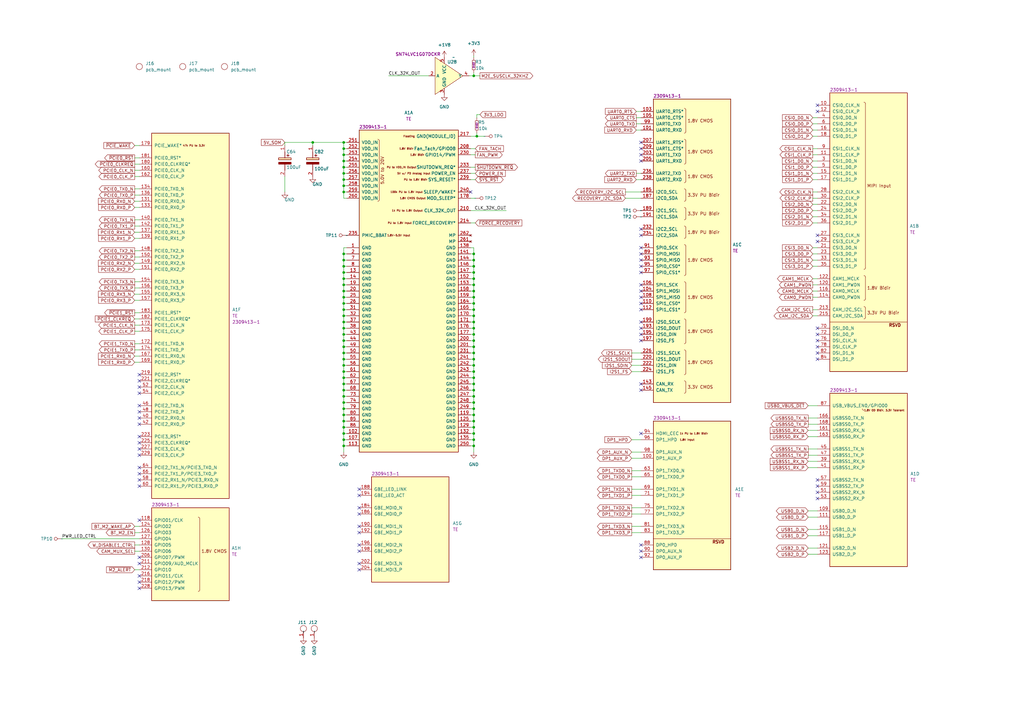
<source format=kicad_sch>
(kicad_sch (version 20230121) (generator eeschema)
  (paper "A3")
  (junction (at 128.27 58.42))
  (junction (at 194.31 109.22))
  (junction (at 140.97 63.5))
  (junction (at 194.31 147.32))
  (junction (at 194.31 170.18))
  (junction (at 140.97 109.22))
  (junction (at 140.97 154.94))
  (junction (at 140.97 152.4))
  (junction (at 194.31 132.08))
  (junction (at 140.97 68.58))
  (junction (at 140.97 177.8))
  (junction (at 140.97 172.72))
  (junction (at 194.31 127))
  (junction (at 140.97 104.14))
  (junction (at 140.97 182.88))
  (junction (at 194.31 149.86))
  (junction (at 140.97 149.86))
  (junction (at 140.97 121.92))
  (junction (at 195.58 55.88))
  (junction (at 140.97 170.18))
  (junction (at 140.97 78.74))
  (junction (at 194.31 165.1))
  (junction (at 140.97 160.02))
  (junction (at 194.31 142.24))
  (junction (at 140.97 165.1))
  (junction (at 140.97 147.32))
  (junction (at 140.97 124.46))
  (junction (at 194.31 104.14))
  (junction (at 140.97 157.48))
  (junction (at 194.31 139.7))
  (junction (at 140.97 162.56))
  (junction (at 140.97 114.3))
  (junction (at 194.31 152.4))
  (junction (at 194.31 157.48))
  (junction (at 194.31 160.02))
  (junction (at 140.97 106.68))
  (junction (at 140.97 139.7))
  (junction (at 140.97 60.96))
  (junction (at 194.31 106.68))
  (junction (at 140.97 127))
  (junction (at 194.31 137.16))
  (junction (at 194.31 114.3))
  (junction (at 194.31 182.88))
  (junction (at 194.31 124.46))
  (junction (at 194.31 119.38))
  (junction (at 140.97 76.2))
  (junction (at 140.97 111.76))
  (junction (at 194.31 154.94))
  (junction (at 194.31 31.115))
  (junction (at 140.97 142.24))
  (junction (at 140.97 66.04))
  (junction (at 194.31 144.78))
  (junction (at 194.31 134.62))
  (junction (at 140.97 58.42))
  (junction (at 140.97 132.08))
  (junction (at 140.97 144.78))
  (junction (at 140.97 119.38))
  (junction (at 140.97 137.16))
  (junction (at 194.31 167.64))
  (junction (at 194.31 177.8))
  (junction (at 140.97 116.84))
  (junction (at 140.97 167.64))
  (junction (at 140.97 73.66))
  (junction (at 140.97 134.62))
  (junction (at 140.97 129.54))
  (junction (at 194.31 111.76))
  (junction (at 140.97 180.34))
  (junction (at 194.31 180.34))
  (junction (at 194.31 116.84))
  (junction (at 194.31 121.92))
  (junction (at 194.31 175.26))
  (junction (at 140.97 71.12))
  (junction (at 194.31 172.72))
  (junction (at 194.31 162.56))
  (junction (at 194.31 129.54))
  (junction (at 140.97 175.26))
  (no_connect (at 57.15 194.31))
  (no_connect (at 262.89 60.96))
  (no_connect (at 57.15 228.6))
  (no_connect (at 57.15 153.67))
  (no_connect (at 335.28 147.32))
  (no_connect (at 57.15 156.21))
  (no_connect (at 262.89 109.22))
  (no_connect (at 57.15 166.37))
  (no_connect (at 262.89 134.62))
  (no_connect (at 57.15 186.69))
  (no_connect (at 57.15 171.45))
  (no_connect (at 57.15 161.29))
  (no_connect (at 335.28 142.24))
  (no_connect (at 147.32 218.44))
  (no_connect (at 262.89 93.98))
  (no_connect (at 262.89 119.38))
  (no_connect (at 335.28 199.39))
  (no_connect (at 262.89 160.02))
  (no_connect (at 335.28 196.85))
  (no_connect (at 57.15 213.36))
  (no_connect (at 147.32 233.68))
  (no_connect (at 57.15 191.77))
  (no_connect (at 262.89 58.42))
  (no_connect (at 57.15 241.3))
  (no_connect (at 57.15 231.14))
  (no_connect (at 147.32 223.52))
  (no_connect (at 57.15 173.99))
  (no_connect (at 335.28 204.47))
  (no_connect (at 335.28 134.62))
  (no_connect (at 147.32 203.2))
  (no_connect (at 262.89 101.6))
  (no_connect (at 57.15 179.07))
  (no_connect (at 147.32 226.06))
  (no_connect (at 147.32 215.9))
  (no_connect (at 57.15 199.39))
  (no_connect (at 147.32 210.82))
  (no_connect (at 262.89 177.8))
  (no_connect (at 262.89 121.92))
  (no_connect (at 262.89 124.46))
  (no_connect (at 147.32 231.14))
  (no_connect (at 262.89 127))
  (no_connect (at 57.15 236.22))
  (no_connect (at 147.32 208.28))
  (no_connect (at 57.15 196.85))
  (no_connect (at 57.15 238.76))
  (no_connect (at 262.89 132.08))
  (no_connect (at 57.15 184.15))
  (no_connect (at 57.15 181.61))
  (no_connect (at 335.28 139.7))
  (no_connect (at 262.89 139.7))
  (no_connect (at 147.32 200.66))
  (no_connect (at 262.89 157.48))
  (no_connect (at 57.15 158.75))
  (no_connect (at 335.28 45.72))
  (no_connect (at 262.89 96.52))
  (no_connect (at 262.89 116.84))
  (no_connect (at 262.89 228.6))
  (no_connect (at 262.89 226.06))
  (no_connect (at 335.28 99.06))
  (no_connect (at 335.28 43.18))
  (no_connect (at 335.28 96.52))
  (no_connect (at 335.28 137.16))
  (no_connect (at 193.04 78.74))
  (no_connect (at 262.89 66.04))
  (no_connect (at 262.89 137.16))
  (no_connect (at 335.28 201.93))
  (no_connect (at 262.89 111.76))
  (no_connect (at 262.89 223.52))
  (no_connect (at 262.89 106.68))
  (no_connect (at 57.15 168.91))
  (no_connect (at 262.89 104.14))
  (no_connect (at 262.89 63.5))
  (no_connect (at 335.28 144.78))
  (wire (pts (xy 193.04 180.34) (xy 194.31 180.34)))
  (wire (pts (xy 140.97 71.12) (xy 142.24 71.12)))
  (wire (pts (xy 140.97 165.1) (xy 140.97 167.64)))
  (wire (pts (xy 331.47 189.23) (xy 335.28 189.23)))
  (wire (pts (xy 193.04 182.88) (xy 194.31 182.88)))
  (wire (pts (xy 260.985 71.12) (xy 262.89 71.12)))
  (wire (pts (xy 194.31 109.22) (xy 193.04 109.22)))
  (wire (pts (xy 142.24 139.7) (xy 140.97 139.7)))
  (wire (pts (xy 194.31 149.86) (xy 193.04 149.86)))
  (wire (pts (xy 55.245 146.05) (xy 57.15 146.05)))
  (wire (pts (xy 140.97 124.46) (xy 142.24 124.46)))
  (wire (pts (xy 194.31 177.8) (xy 194.31 175.26)))
  (wire (pts (xy 195.58 54.61) (xy 195.58 55.88)))
  (wire (pts (xy 128.27 58.42) (xy 128.27 59.69)))
  (wire (pts (xy 140.97 109.22) (xy 140.97 111.76)))
  (wire (pts (xy 194.31 170.18) (xy 194.31 172.72)))
  (wire (pts (xy 142.24 81.28) (xy 140.97 81.28)))
  (wire (pts (xy 55.245 123.19) (xy 57.15 123.19)))
  (wire (pts (xy 194.31 134.62) (xy 193.04 134.62)))
  (wire (pts (xy 333.375 121.92) (xy 335.28 121.92)))
  (wire (pts (xy 140.97 149.86) (xy 142.24 149.86)))
  (wire (pts (xy 142.24 147.32) (xy 140.97 147.32)))
  (wire (pts (xy 331.47 212.09) (xy 335.28 212.09)))
  (wire (pts (xy 55.245 92.71) (xy 57.15 92.71)))
  (wire (pts (xy 260.985 53.34) (xy 262.89 53.34)))
  (wire (pts (xy 140.97 139.7) (xy 140.97 142.24)))
  (wire (pts (xy 193.04 91.44) (xy 194.945 91.44)))
  (wire (pts (xy 194.31 182.88) (xy 194.31 180.34)))
  (wire (pts (xy 55.245 85.09) (xy 57.15 85.09)))
  (wire (pts (xy 140.97 124.46) (xy 140.97 127)))
  (wire (pts (xy 259.08 185.42) (xy 262.89 185.42)))
  (wire (pts (xy 194.31 119.38) (xy 194.31 121.92)))
  (wire (pts (xy 194.31 116.84) (xy 194.31 114.3)))
  (wire (pts (xy 142.24 76.2) (xy 140.97 76.2)))
  (wire (pts (xy 195.58 46.99) (xy 196.85 46.99)))
  (wire (pts (xy 259.08 215.9) (xy 262.89 215.9)))
  (wire (pts (xy 140.97 182.88) (xy 140.97 185.42)))
  (wire (pts (xy 193.04 142.24) (xy 194.31 142.24)))
  (wire (pts (xy 194.31 22.86) (xy 194.31 23.495)))
  (wire (pts (xy 142.24 157.48) (xy 140.97 157.48)))
  (wire (pts (xy 260.985 45.72) (xy 262.89 45.72)))
  (wire (pts (xy 142.24 172.72) (xy 140.97 172.72)))
  (wire (pts (xy 55.245 120.65) (xy 57.15 120.65)))
  (wire (pts (xy 194.31 165.1) (xy 194.31 167.64)))
  (wire (pts (xy 194.31 109.22) (xy 194.31 111.76)))
  (wire (pts (xy 194.31 101.6) (xy 194.31 104.14)))
  (wire (pts (xy 194.31 152.4) (xy 194.31 154.94)))
  (wire (pts (xy 140.97 101.6) (xy 140.97 104.14)))
  (wire (pts (xy 194.945 81.28) (xy 193.04 81.28)))
  (wire (pts (xy 142.24 73.66) (xy 140.97 73.66)))
  (wire (pts (xy 194.31 180.34) (xy 194.31 177.8)))
  (wire (pts (xy 193.04 73.66) (xy 194.945 73.66)))
  (wire (pts (xy 194.31 124.46) (xy 193.04 124.46)))
  (wire (pts (xy 55.245 233.68) (xy 57.15 233.68)))
  (wire (pts (xy 140.97 66.04) (xy 140.97 63.5)))
  (wire (pts (xy 140.97 73.66) (xy 140.97 76.2)))
  (wire (pts (xy 194.31 154.94) (xy 193.04 154.94)))
  (wire (pts (xy 194.31 182.88) (xy 194.31 185.42)))
  (wire (pts (xy 259.08 210.82) (xy 262.89 210.82)))
  (wire (pts (xy 140.97 111.76) (xy 140.97 114.3)))
  (wire (pts (xy 259.08 180.34) (xy 262.89 180.34)))
  (wire (pts (xy 140.97 63.5) (xy 142.24 63.5)))
  (wire (pts (xy 140.97 104.14) (xy 140.97 106.68)))
  (wire (pts (xy 333.375 73.66) (xy 335.28 73.66)))
  (wire (pts (xy 140.97 144.78) (xy 140.97 147.32)))
  (wire (pts (xy 333.375 71.12) (xy 335.28 71.12)))
  (wire (pts (xy 333.375 88.9) (xy 335.28 88.9)))
  (wire (pts (xy 194.31 29.845) (xy 194.31 31.115)))
  (wire (pts (xy 193.04 162.56) (xy 194.31 162.56)))
  (wire (pts (xy 140.97 157.48) (xy 140.97 154.94)))
  (wire (pts (xy 55.245 82.55) (xy 57.15 82.55)))
  (wire (pts (xy 140.97 132.08) (xy 140.97 134.62)))
  (wire (pts (xy 25.4 220.98) (xy 57.15 220.98)))
  (wire (pts (xy 193.04 160.02) (xy 194.31 160.02)))
  (wire (pts (xy 331.47 191.77) (xy 335.28 191.77)))
  (wire (pts (xy 140.97 109.22) (xy 142.24 109.22)))
  (wire (pts (xy 55.245 72.39) (xy 57.15 72.39)))
  (wire (pts (xy 259.08 152.4) (xy 262.89 152.4)))
  (wire (pts (xy 55.245 95.25) (xy 57.15 95.25)))
  (wire (pts (xy 55.245 215.9) (xy 57.15 215.9)))
  (wire (pts (xy 140.97 167.64) (xy 140.97 170.18)))
  (wire (pts (xy 140.97 68.58) (xy 140.97 71.12)))
  (wire (pts (xy 194.31 149.86) (xy 194.31 152.4)))
  (wire (pts (xy 193.04 139.7) (xy 194.31 139.7)))
  (wire (pts (xy 140.97 152.4) (xy 140.97 154.94)))
  (wire (pts (xy 140.97 121.92) (xy 140.97 124.46)))
  (wire (pts (xy 193.04 101.6) (xy 194.31 101.6)))
  (wire (pts (xy 193.04 152.4) (xy 194.31 152.4)))
  (wire (pts (xy 142.24 160.02) (xy 140.97 160.02)))
  (wire (pts (xy 194.31 147.32) (xy 194.31 149.86)))
  (wire (pts (xy 175.895 31.115) (xy 159.385 31.115)))
  (wire (pts (xy 55.245 140.97) (xy 57.15 140.97)))
  (wire (pts (xy 140.97 58.42) (xy 142.24 58.42)))
  (wire (pts (xy 140.97 73.66) (xy 140.97 71.12)))
  (wire (pts (xy 195.58 55.88) (xy 198.755 55.88)))
  (wire (pts (xy 55.245 223.52) (xy 57.15 223.52)))
  (wire (pts (xy 333.375 66.04) (xy 335.28 66.04)))
  (wire (pts (xy 194.31 119.38) (xy 194.31 116.84)))
  (wire (pts (xy 194.31 104.14) (xy 193.04 104.14)))
  (wire (pts (xy 333.375 53.34) (xy 335.28 53.34)))
  (wire (pts (xy 128.27 58.42) (xy 140.97 58.42)))
  (wire (pts (xy 140.97 127) (xy 140.97 129.54)))
  (wire (pts (xy 140.97 134.62) (xy 142.24 134.62)))
  (wire (pts (xy 331.47 171.45) (xy 335.28 171.45)))
  (wire (pts (xy 142.24 142.24) (xy 140.97 142.24)))
  (wire (pts (xy 333.375 119.38) (xy 335.28 119.38)))
  (wire (pts (xy 193.04 172.72) (xy 194.31 172.72)))
  (wire (pts (xy 193.04 111.76) (xy 194.31 111.76)))
  (wire (pts (xy 193.04 177.8) (xy 194.31 177.8)))
  (wire (pts (xy 55.245 69.85) (xy 57.15 69.85)))
  (wire (pts (xy 55.245 80.01) (xy 57.15 80.01)))
  (wire (pts (xy 142.24 111.76) (xy 140.97 111.76)))
  (wire (pts (xy 333.375 68.58) (xy 335.28 68.58)))
  (wire (pts (xy 55.245 118.11) (xy 57.15 118.11)))
  (wire (pts (xy 333.375 83.82) (xy 335.28 83.82)))
  (wire (pts (xy 333.375 86.36) (xy 335.28 86.36)))
  (wire (pts (xy 194.31 31.115) (xy 196.85 31.115)))
  (wire (pts (xy 331.47 224.79) (xy 335.28 224.79)))
  (wire (pts (xy 55.245 148.59) (xy 57.15 148.59)))
  (wire (pts (xy 142.24 180.34) (xy 140.97 180.34)))
  (wire (pts (xy 194.31 165.1) (xy 193.04 165.1)))
  (wire (pts (xy 140.97 160.02) (xy 140.97 162.56)))
  (wire (pts (xy 116.84 59.69) (xy 116.84 58.42)))
  (wire (pts (xy 55.245 130.81) (xy 57.15 130.81)))
  (wire (pts (xy 194.31 139.7) (xy 194.31 137.16)))
  (wire (pts (xy 140.97 137.16) (xy 140.97 134.62)))
  (wire (pts (xy 194.31 124.46) (xy 194.31 127)))
  (wire (pts (xy 194.31 144.78) (xy 193.04 144.78)))
  (wire (pts (xy 142.24 66.04) (xy 140.97 66.04)))
  (wire (pts (xy 331.47 179.07) (xy 335.28 179.07)))
  (wire (pts (xy 55.245 135.89) (xy 57.15 135.89)))
  (wire (pts (xy 142.24 167.64) (xy 140.97 167.64)))
  (wire (pts (xy 140.97 172.72) (xy 140.97 175.26)))
  (wire (pts (xy 260.985 48.26) (xy 262.89 48.26)))
  (wire (pts (xy 259.08 144.78) (xy 262.89 144.78)))
  (wire (pts (xy 193.04 71.12) (xy 194.945 71.12)))
  (wire (pts (xy 140.97 175.26) (xy 142.24 175.26)))
  (wire (pts (xy 333.375 91.44) (xy 335.28 91.44)))
  (wire (pts (xy 194.31 104.14) (xy 194.31 106.68)))
  (wire (pts (xy 194.31 106.68) (xy 194.31 109.22)))
  (wire (pts (xy 195.58 48.26) (xy 195.58 46.99)))
  (wire (pts (xy 140.97 129.54) (xy 140.97 132.08)))
  (wire (pts (xy 194.31 144.78) (xy 194.31 147.32)))
  (wire (pts (xy 142.24 137.16) (xy 140.97 137.16)))
  (wire (pts (xy 55.245 218.44) (xy 57.15 218.44)))
  (wire (pts (xy 259.08 200.66) (xy 262.89 200.66)))
  (wire (pts (xy 140.97 182.88) (xy 140.97 180.34)))
  (wire (pts (xy 333.375 48.26) (xy 335.28 48.26)))
  (wire (pts (xy 333.375 106.68) (xy 335.28 106.68)))
  (wire (pts (xy 55.245 128.27) (xy 57.15 128.27)))
  (wire (pts (xy 140.97 144.78) (xy 142.24 144.78)))
  (wire (pts (xy 193.04 137.16) (xy 194.31 137.16)))
  (wire (pts (xy 193.04 132.08) (xy 194.31 132.08)))
  (wire (pts (xy 140.97 104.14) (xy 142.24 104.14)))
  (wire (pts (xy 194.31 157.48) (xy 194.31 154.94)))
  (wire (pts (xy 333.375 55.88) (xy 335.28 55.88)))
  (wire (pts (xy 194.31 160.02) (xy 194.31 162.56)))
  (wire (pts (xy 193.04 116.84) (xy 194.31 116.84)))
  (wire (pts (xy 331.47 176.53) (xy 335.28 176.53)))
  (wire (pts (xy 140.97 180.34) (xy 140.97 177.8)))
  (wire (pts (xy 55.245 143.51) (xy 57.15 143.51)))
  (wire (pts (xy 55.245 115.57) (xy 57.15 115.57)))
  (wire (pts (xy 194.31 175.26) (xy 193.04 175.26)))
  (wire (pts (xy 333.375 116.84) (xy 335.28 116.84)))
  (wire (pts (xy 142.24 121.92) (xy 140.97 121.92)))
  (wire (pts (xy 55.245 64.77) (xy 57.15 64.77)))
  (wire (pts (xy 194.31 127) (xy 194.31 129.54)))
  (wire (pts (xy 333.375 114.3) (xy 335.28 114.3)))
  (wire (pts (xy 140.97 106.68) (xy 140.97 109.22)))
  (wire (pts (xy 55.245 226.06) (xy 57.15 226.06)))
  (wire (pts (xy 140.97 78.74) (xy 142.24 78.74)))
  (wire (pts (xy 140.97 81.28) (xy 140.97 78.74)))
  (wire (pts (xy 333.375 109.22) (xy 335.28 109.22)))
  (wire (pts (xy 194.31 172.72) (xy 194.31 175.26)))
  (wire (pts (xy 194.31 132.08) (xy 194.31 134.62)))
  (wire (pts (xy 140.97 147.32) (xy 140.97 149.86)))
  (wire (pts (xy 194.31 114.3) (xy 193.04 114.3)))
  (wire (pts (xy 140.97 129.54) (xy 142.24 129.54)))
  (wire (pts (xy 194.31 167.64) (xy 194.31 170.18)))
  (wire (pts (xy 193.04 55.88) (xy 195.58 55.88)))
  (wire (pts (xy 140.97 76.2) (xy 140.97 78.74)))
  (wire (pts (xy 140.97 60.96) (xy 140.97 63.5)))
  (wire (pts (xy 194.31 129.54) (xy 193.04 129.54)))
  (wire (pts (xy 55.245 90.17) (xy 57.15 90.17)))
  (wire (pts (xy 193.04 121.92) (xy 194.31 121.92)))
  (wire (pts (xy 194.31 137.16) (xy 194.31 134.62)))
  (wire (pts (xy 331.47 184.15) (xy 335.28 184.15)))
  (wire (pts (xy 194.31 170.18) (xy 193.04 170.18)))
  (wire (pts (xy 142.24 60.96) (xy 140.97 60.96)))
  (wire (pts (xy 140.97 119.38) (xy 140.97 121.92)))
  (wire (pts (xy 194.31 111.76) (xy 194.31 114.3)))
  (wire (pts (xy 260.985 73.66) (xy 262.89 73.66)))
  (wire (pts (xy 140.97 142.24) (xy 140.97 144.78)))
  (wire (pts (xy 193.04 147.32) (xy 194.31 147.32)))
  (wire (pts (xy 331.47 186.69) (xy 335.28 186.69)))
  (wire (pts (xy 116.84 58.42) (xy 128.27 58.42)))
  (wire (pts (xy 55.245 102.87) (xy 57.15 102.87)))
  (wire (pts (xy 260.985 50.8) (xy 262.89 50.8)))
  (wire (pts (xy 194.31 121.92) (xy 194.31 124.46)))
  (wire (pts (xy 55.245 77.47) (xy 57.15 77.47)))
  (wire (pts (xy 142.24 116.84) (xy 140.97 116.84)))
  (wire (pts (xy 142.24 119.38) (xy 140.97 119.38)))
  (wire (pts (xy 140.97 58.42) (xy 140.97 60.96)))
  (wire (pts (xy 140.97 165.1) (xy 142.24 165.1)))
  (wire (pts (xy 333.375 60.96) (xy 335.28 60.96)))
  (wire (pts (xy 256.54 81.28) (xy 262.89 81.28)))
  (wire (pts (xy 259.08 218.44) (xy 262.89 218.44)))
  (wire (pts (xy 259.08 195.58) (xy 262.89 195.58)))
  (wire (pts (xy 193.04 68.58) (xy 194.945 68.58)))
  (wire (pts (xy 193.04 119.38) (xy 194.31 119.38)))
  (wire (pts (xy 193.04 127) (xy 194.31 127)))
  (wire (pts (xy 140.97 170.18) (xy 142.24 170.18)))
  (wire (pts (xy 140.97 149.86) (xy 140.97 152.4)))
  (wire (pts (xy 333.375 101.6) (xy 335.28 101.6)))
  (wire (pts (xy 142.24 177.8) (xy 140.97 177.8)))
  (wire (pts (xy 140.97 177.8) (xy 140.97 175.26)))
  (wire (pts (xy 194.31 162.56) (xy 194.31 165.1)))
  (wire (pts (xy 55.245 97.79) (xy 57.15 97.79)))
  (wire (pts (xy 331.47 173.99) (xy 335.28 173.99)))
  (wire (pts (xy 142.24 101.6) (xy 140.97 101.6)))
  (wire (pts (xy 331.47 219.71) (xy 335.28 219.71)))
  (wire (pts (xy 142.24 162.56) (xy 140.97 162.56)))
  (wire (pts (xy 333.375 81.28) (xy 335.28 81.28)))
  (wire (pts (xy 55.245 107.95) (xy 57.15 107.95)))
  (wire (pts (xy 333.375 127) (xy 335.28 127)))
  (wire (pts (xy 116.84 72.39) (xy 116.84 78.74)))
  (wire (pts (xy 259.08 149.86) (xy 262.89 149.86)))
  (wire (pts (xy 193.04 167.64) (xy 194.31 167.64)))
  (wire (pts (xy 194.31 142.24) (xy 194.31 144.78)))
  (wire (pts (xy 333.375 50.8) (xy 335.28 50.8)))
  (wire (pts (xy 140.97 170.18) (xy 140.97 172.72)))
  (wire (pts (xy 140.97 114.3) (xy 142.24 114.3)))
  (wire (pts (xy 259.08 203.2) (xy 262.89 203.2)))
  (wire (pts (xy 55.245 59.69) (xy 57.15 59.69)))
  (wire (pts (xy 55.245 133.35) (xy 57.15 133.35)))
  (wire (pts (xy 55.245 105.41) (xy 57.15 105.41)))
  (wire (pts (xy 333.375 78.74) (xy 335.28 78.74)))
  (wire (pts (xy 142.24 182.88) (xy 140.97 182.88)))
  (wire (pts (xy 55.245 67.31) (xy 57.15 67.31)))
  (wire (pts (xy 193.04 60.96) (xy 194.945 60.96)))
  (wire (pts (xy 194.31 139.7) (xy 194.31 142.24)))
  (wire (pts (xy 256.54 78.74) (xy 262.89 78.74)))
  (wire (pts (xy 142.24 132.08) (xy 140.97 132.08)))
  (wire (pts (xy 193.04 86.36) (xy 207.645 86.36)))
  (wire (pts (xy 193.04 63.5) (xy 194.945 63.5)))
  (wire (pts (xy 140.97 119.38) (xy 140.97 116.84)))
  (wire (pts (xy 142.24 127) (xy 140.97 127)))
  (wire (pts (xy 331.47 217.17) (xy 335.28 217.17)))
  (wire (pts (xy 259.08 187.96) (xy 262.89 187.96)))
  (wire (pts (xy 142.24 106.68) (xy 140.97 106.68)))
  (wire (pts (xy 140.97 162.56) (xy 140.97 165.1)))
  (wire (pts (xy 259.08 193.04) (xy 262.89 193.04)))
  (wire (pts (xy 140.97 116.84) (xy 140.97 114.3)))
  (wire (pts (xy 142.24 68.58) (xy 140.97 68.58)))
  (wire (pts (xy 193.04 157.48) (xy 194.31 157.48)))
  (wire (pts (xy 259.08 147.32) (xy 262.89 147.32)))
  (wire (pts (xy 194.31 129.54) (xy 194.31 132.08)))
  (wire (pts (xy 140.97 66.04) (xy 140.97 68.58)))
  (wire (pts (xy 331.47 227.33) (xy 335.28 227.33)))
  (wire (pts (xy 331.47 209.55) (xy 335.28 209.55)))
  (wire (pts (xy 333.375 129.54) (xy 335.28 129.54)))
  (wire (pts (xy 193.04 106.68) (xy 194.31 106.68)))
  (wire (pts (xy 192.405 31.115) (xy 194.31 31.115)))
  (wire (pts (xy 194.31 160.02) (xy 194.31 157.48)))
  (wire (pts (xy 55.245 110.49) (xy 57.15 110.49)))
  (wire (pts (xy 140.97 139.7) (xy 140.97 137.16)))
  (wire (pts (xy 140.97 154.94) (xy 142.24 154.94)))
  (wire (pts (xy 140.97 160.02) (xy 140.97 157.48)))
  (wire (pts (xy 142.24 152.4) (xy 140.97 152.4)))
  (wire (pts (xy 259.08 208.28) (xy 262.89 208.28)))
  (wire (pts (xy 333.375 104.14) (xy 335.28 104.14)))
  (wire (pts (xy 333.375 63.5) (xy 335.28 63.5)))
  (wire (pts (xy 331.47 166.37) (xy 335.28 166.37)))
  (label "CLK_32K_OUT" (at 159.385 31.115 0))
  (label "PWR_LED_CTRL" (at 25.4 220.98 0))
  (label "CLK_32K_OUT" (at 207.645 86.36 180))
  (global_label "PCIE0_TX1_P" (shape output) (at 55.245 92.71 180) (property "Intersheetrefs" "${INTERSHEET_REFS}" (at 40.1647 92.71 0) (effects (justify right))))
  (global_label "CSI2_D1_N" (shape input) (at 333.375 88.9 180) (property "Intersheetrefs" "${INTERSHEET_REFS}" (at 320.3508 88.9 0) (effects (justify right))))
  (global_label "USB2_D_P" (shape bidirectional) (at 331.47 227.33 180) (property "Intersheetrefs" "${INTERSHEET_REFS}" (at 317.8788 227.33 0) (effects (justify right))))
  (global_label "I2S1_FS" (shape input) (at 259.08 152.4 180) (property "Intersheetrefs" "${INTERSHEET_REFS}" (at 248.5958 152.4 0) (effects (justify right))))
  (global_label "~{SHUTDOWN_REQ}" (shape output) (at 194.945 68.58 0) (property "Intersheetrefs" "${INTERSHEET_REFS}" (at 212.8678 68.58 0) (effects (justify left))))
  (global_label "CSI0_D0_N" (shape input) (at 333.375 48.26 180) (property "Intersheetrefs" "${INTERSHEET_REFS}" (at 320.4302 48.26 0) (effects (justify right))))
  (global_label "CSI2_D0_N" (shape input) (at 333.375 83.82 180) (property "Intersheetrefs" "${INTERSHEET_REFS}" (at 320.3508 83.82 0) (effects (justify right))))
  (global_label "5V_SOM" (shape input) (at 116.84 58.42 180) (property "Intersheetrefs" "${INTERSHEET_REFS}" (at 106.5977 58.42 0) (effects (justify right))))
  (global_label "USB0_D_P" (shape bidirectional) (at 331.47 212.09 180) (property "Intersheetrefs" "${INTERSHEET_REFS}" (at 317.8788 212.09 0) (effects (justify right))))
  (global_label "I2S1_SDIN" (shape input) (at 259.08 149.86 180) (property "Intersheetrefs" "${INTERSHEET_REFS}" (at 246.4791 149.86 0) (effects (justify right))))
  (global_label "USBSS1_TX_N" (shape output) (at 331.47 184.15 180) (property "Intersheetrefs" "${INTERSHEET_REFS}" (at 315.6035 184.15 0) (effects (justify right))))
  (global_label "CSI1_D0_N" (shape input) (at 333.375 66.04 180) (property "Intersheetrefs" "${INTERSHEET_REFS}" (at 320.3508 66.04 0) (effects (justify right))))
  (global_label "USB1_D_P" (shape bidirectional) (at 331.47 219.71 180) (property "Intersheetrefs" "${INTERSHEET_REFS}" (at 317.8788 219.71 0) (effects (justify right))))
  (global_label "RECOVERY_I2C_SDA" (shape bidirectional) (at 256.54 81.28 180) (property "Intersheetrefs" "${INTERSHEET_REFS}" (at 234.2402 81.28 0) (effects (justify right))))
  (global_label "PCIE0_RX0_N" (shape input) (at 55.245 82.55 180) (property "Intersheetrefs" "${INTERSHEET_REFS}" (at 39.8018 82.55 0) (effects (justify right))))
  (global_label "UART0_RXD" (shape input) (at 260.985 53.34 180) (property "Intersheetrefs" "${INTERSHEET_REFS}" (at 247.4165 53.34 0) (effects (justify right))))
  (global_label "CSI1_CLK_N" (shape output) (at 333.375 60.96 180) (property "Intersheetrefs" "${INTERSHEET_REFS}" (at 319.2622 60.96 0) (effects (justify right))))
  (global_label "CSI3_D1_N" (shape input) (at 333.375 106.68 180) (property "Intersheetrefs" "${INTERSHEET_REFS}" (at 320.3508 106.68 0) (effects (justify right))))
  (global_label "CSI1_D0_P" (shape input) (at 333.375 68.58 180) (property "Intersheetrefs" "${INTERSHEET_REFS}" (at 320.4113 68.58 0) (effects (justify right))))
  (global_label "CSI2_CLK_N" (shape output) (at 333.375 78.74 180) (property "Intersheetrefs" "${INTERSHEET_REFS}" (at 319.2622 78.74 0) (effects (justify right))))
  (global_label "PCIE0_TX2_P" (shape output) (at 55.245 105.41 180) (property "Intersheetrefs" "${INTERSHEET_REFS}" (at 40.1647 105.41 0) (effects (justify right))))
  (global_label "DP1_AUX_N" (shape bidirectional) (at 259.08 185.42 180) (property "Intersheetrefs" "${INTERSHEET_REFS}" (at 244.3397 185.42 0) (effects (justify right))))
  (global_label "~{FORCE_RECOVERY}" (shape input) (at 194.945 91.44 0) (property "Intersheetrefs" "${INTERSHEET_REFS}" (at 214.6216 91.44 0) (effects (justify left))))
  (global_label "UART2_TXD" (shape output) (at 260.985 71.12 180) (property "Intersheetrefs" "${INTERSHEET_REFS}" (at 247.7189 71.12 0) (effects (justify right))))
  (global_label "PCIE0_RX1_N" (shape input) (at 55.245 95.25 180) (property "Intersheetrefs" "${INTERSHEET_REFS}" (at 39.8018 95.25 0) (effects (justify right))))
  (global_label "CAM_I2C_SDA" (shape bidirectional) (at 333.375 129.54 180) (property "Intersheetrefs" "${INTERSHEET_REFS}" (at 316.8809 129.54 0) (effects (justify right))))
  (global_label "PCIE1_CLK_P" (shape output) (at 55.245 135.89 180) (property "Intersheetrefs" "${INTERSHEET_REFS}" (at 39.9832 135.89 0) (effects (justify right))))
  (global_label "USBSS1_TX_P" (shape output) (at 331.47 186.69 180) (property "Intersheetrefs" "${INTERSHEET_REFS}" (at 315.664 186.69 0) (effects (justify right))))
  (global_label "PCIE0_CLK_N" (shape output) (at 55.245 69.85 180) (property "Intersheetrefs" "${INTERSHEET_REFS}" (at 39.9227 69.85 0) (effects (justify right))))
  (global_label "CSI3_D1_P" (shape input) (at 333.375 109.22 180) (property "Intersheetrefs" "${INTERSHEET_REFS}" (at 320.4113 109.22 0) (effects (justify right))))
  (global_label "DP1_TXD0_P" (shape output) (at 259.08 195.58 180) (property "Intersheetrefs" "${INTERSHEET_REFS}" (at 244.4835 195.58 0) (effects (justify right))))
  (global_label "FAN_PWM" (shape output) (at 194.945 63.5 0) (property "Intersheetrefs" "${INTERSHEET_REFS}" (at 206.5783 63.5 0) (effects (justify left))))
  (global_label "~{M2_ALERT}" (shape input) (at 55.245 233.68 180) (property "Intersheetrefs" "${INTERSHEET_REFS}" (at 43.128 233.68 0) (effects (justify right))))
  (global_label "DP1_TXD1_N" (shape output) (at 259.08 200.66 180) (property "Intersheetrefs" "${INTERSHEET_REFS}" (at 244.423 200.66 0) (effects (justify right))))
  (global_label "CSI3_D0_N" (shape input) (at 333.375 101.6 180) (property "Intersheetrefs" "${INTERSHEET_REFS}" (at 320.3508 101.6 0) (effects (justify right))))
  (global_label "DP1_TXD3_N" (shape output) (at 259.08 215.9 180) (property "Intersheetrefs" "${INTERSHEET_REFS}" (at 244.423 215.9 0) (effects (justify right))))
  (global_label "PCIE0_RX3_P" (shape input) (at 55.245 123.19 180) (property "Intersheetrefs" "${INTERSHEET_REFS}" (at 39.8623 123.19 0) (effects (justify right))))
  (global_label "USBSS0_RX_P" (shape input) (at 331.47 179.07 180) (property "Intersheetrefs" "${INTERSHEET_REFS}" (at 315.3616 179.07 0) (effects (justify right))))
  (global_label "UART2_RXD" (shape input) (at 260.985 73.66 180) (property "Intersheetrefs" "${INTERSHEET_REFS}" (at 247.4165 73.66 0) (effects (justify right))))
  (global_label "CSI0_D1_N" (shape input) (at 333.375 53.34 180) (property "Intersheetrefs" "${INTERSHEET_REFS}" (at 320.4302 53.34 0) (effects (justify right))))
  (global_label "I2S1_SDOUT" (shape output) (at 259.08 147.32 180) (property "Intersheetrefs" "${INTERSHEET_REFS}" (at 244.7858 147.32 0) (effects (justify right))))
  (global_label "PCIE0_TX3_N" (shape output) (at 55.245 115.57 180) (property "Intersheetrefs" "${INTERSHEET_REFS}" (at 40.1042 115.57 0) (effects (justify right))))
  (global_label "CAM_I2C_SCL" (shape output) (at 333.375 127 180) (property "Intersheetrefs" "${INTERSHEET_REFS}" (at 318.0527 127 0) (effects (justify right))))
  (global_label "DP1_TXD1_P" (shape output) (at 259.08 203.2 180) (property "Intersheetrefs" "${INTERSHEET_REFS}" (at 244.4835 203.2 0) (effects (justify right))))
  (global_label "CSI2_D1_P" (shape input) (at 333.375 91.44 180) (property "Intersheetrefs" "${INTERSHEET_REFS}" (at 320.4113 91.44 0) (effects (justify right))))
  (global_label "~{PCIE1_CLKREQ}" (shape input) (at 55.245 130.81 180) (property "Intersheetrefs" "${INTERSHEET_REFS}" (at 38.4713 130.81 0) (effects (justify right))))
  (global_label "PCIE0_RX3_N" (shape input) (at 55.245 120.65 180) (property "Intersheetrefs" "${INTERSHEET_REFS}" (at 39.8018 120.65 0) (effects (justify right))))
  (global_label "CSI2_CLK_P" (shape output) (at 333.375 81.28 180) (property "Intersheetrefs" "${INTERSHEET_REFS}" (at 319.3227 81.28 0) (effects (justify right))))
  (global_label "~{PCIE_WAKE}" (shape input) (at 55.245 59.69 180) (property "Intersheetrefs" "${INTERSHEET_REFS}" (at 42.0394 59.69 0) (effects (justify right))))
  (global_label "I2S1_SCLK" (shape output) (at 259.08 144.78 180) (property "Intersheetrefs" "${INTERSHEET_REFS}" (at 246.1163 144.78 0) (effects (justify right))))
  (global_label "PCIE0_TX0_P" (shape output) (at 55.245 80.01 180) (property "Intersheetrefs" "${INTERSHEET_REFS}" (at 40.1647 80.01 0) (effects (justify right))))
  (global_label "DP1_TXD2_P" (shape output) (at 259.08 210.82 180) (property "Intersheetrefs" "${INTERSHEET_REFS}" (at 244.4835 210.82 0) (effects (justify right))))
  (global_label "~{USB0_VBUS_DET}" (shape input) (at 331.47 166.37 180) (property "Intersheetrefs" "${INTERSHEET_REFS}" (at 313.2449 166.37 0) (effects (justify right))))
  (global_label "USB1_D_N" (shape bidirectional) (at 331.47 217.17 180) (property "Intersheetrefs" "${INTERSHEET_REFS}" (at 317.8183 217.17 0) (effects (justify right))))
  (global_label "~{PCIE0_RST}" (shape output) (at 55.245 64.77 180) (property "Intersheetrefs" "${INTERSHEET_REFS}" (at 42.3418 64.77 0) (effects (justify right))))
  (global_label "DP1_AUX_P" (shape bidirectional) (at 259.08 187.96 180) (property "Intersheetrefs" "${INTERSHEET_REFS}" (at 244.4002 187.96 0) (effects (justify right))))
  (global_label "CSI0_D1_P" (shape input) (at 333.375 55.88 180) (property "Intersheetrefs" "${INTERSHEET_REFS}" (at 320.4907 55.88 0) (effects (justify right))))
  (global_label "USBSS1_RX_P" (shape input) (at 331.47 191.77 180) (property "Intersheetrefs" "${INTERSHEET_REFS}" (at 315.3616 191.77 0) (effects (justify right))))
  (global_label "UART0_CTS" (shape output) (at 260.985 48.26 180) (property "Intersheetrefs" "${INTERSHEET_REFS}" (at 247.7189 48.26 0) (effects (justify right))))
  (global_label "CAM0_MCLK" (shape bidirectional) (at 333.375 119.38 180) (property "Intersheetrefs" "${INTERSHEET_REFS}" (at 318.2719 119.38 0) (effects (justify right))))
  (global_label "CSI1_D1_P" (shape input) (at 333.375 73.66 180) (property "Intersheetrefs" "${INTERSHEET_REFS}" (at 320.4113 73.66 0) (effects (justify right))))
  (global_label "~{PCIE0_CLKREQ}" (shape output) (at 55.245 67.31 180) (property "Intersheetrefs" "${INTERSHEET_REFS}" (at 38.4713 67.31 0) (effects (justify right))))
  (global_label "CSI0_D0_P" (shape input) (at 333.375 50.8 180) (property "Intersheetrefs" "${INTERSHEET_REFS}" (at 320.4907 50.8 0) (effects (justify right))))
  (global_label "PCIE1_TX0_N" (shape output) (at 55.245 140.97 180) (property "Intersheetrefs" "${INTERSHEET_REFS}" (at 40.1042 140.97 0) (effects (justify right))))
  (global_label "PCIE0_RX2_N" (shape input) (at 55.245 107.95 180) (property "Intersheetrefs" "${INTERSHEET_REFS}" (at 39.8018 107.95 0) (effects (justify right))))
  (global_label "UART0_RTS" (shape input) (at 260.985 45.72 180) (property "Intersheetrefs" "${INTERSHEET_REFS}" (at 247.7189 45.72 0) (effects (justify right))))
  (global_label "3V3_LDO" (shape input) (at 196.85 46.99 0) (property "Intersheetrefs" "${INTERSHEET_REFS}" (at 207.939 46.99 0) (effects (justify left))))
  (global_label "USB2_D_N" (shape bidirectional) (at 331.47 224.79 180) (property "Intersheetrefs" "${INTERSHEET_REFS}" (at 317.8183 224.79 0) (effects (justify right))))
  (global_label "DP1_TXD0_N" (shape output) (at 259.08 193.04 180) (property "Intersheetrefs" "${INTERSHEET_REFS}" (at 244.423 193.04 0) (effects (justify right))))
  (global_label "UART0_TXD" (shape output) (at 260.985 50.8 180) (property "Intersheetrefs" "${INTERSHEET_REFS}" (at 247.7189 50.8 0) (effects (justify right))))
  (global_label "PCIE0_CLK_P" (shape output) (at 55.245 72.39 180) (property "Intersheetrefs" "${INTERSHEET_REFS}" (at 39.9832 72.39 0) (effects (justify right))))
  (global_label "PCIE0_TX0_N" (shape output) (at 55.245 77.47 180) (property "Intersheetrefs" "${INTERSHEET_REFS}" (at 40.1042 77.47 0) (effects (justify right))))
  (global_label "PCIE0_TX1_N" (shape output) (at 55.245 90.17 180) (property "Intersheetrefs" "${INTERSHEET_REFS}" (at 40.1042 90.17 0) (effects (justify right))))
  (global_label "CAM1_MCLK" (shape bidirectional) (at 333.375 114.3 180) (property "Intersheetrefs" "${INTERSHEET_REFS}" (at 318.2719 114.3 0) (effects (justify right))))
  (global_label "USB0_D_N" (shape bidirectional) (at 331.47 209.55 180) (property "Intersheetrefs" "${INTERSHEET_REFS}" (at 317.8183 209.55 0) (effects (justify right))))
  (global_label "W_DISABLE1_CTRL" (shape output) (at 55.245 223.52 180) (property "Intersheetrefs" "${INTERSHEET_REFS}" (at 35.508 223.52 0) (effects (justify right))))
  (global_label "PCIE0_RX1_P" (shape input) (at 55.245 97.79 180) (property "Intersheetrefs" "${INTERSHEET_REFS}" (at 39.8623 97.79 0) (effects (justify right))))
  (global_label "FAN_TACH" (shape input) (at 194.945 60.96 0) (property "Intersheetrefs" "${INTERSHEET_REFS}" (at 207.0622 60.96 0) (effects (justify left))))
  (global_label "USBSS0_TX_N" (shape output) (at 331.47 171.45 180) (property "Intersheetrefs" "${INTERSHEET_REFS}" (at 315.6035 171.45 0) (effects (justify right))))
  (global_label "BT_M2_EN" (shape output) (at 55.245 218.44 180) (property "Intersheetrefs" "${INTERSHEET_REFS}" (at 42.9466 218.44 0) (effects (justify right))))
  (global_label "RECOVERY_I2C_SCL" (shape output) (at 256.54 78.74 180) (property "Intersheetrefs" "${INTERSHEET_REFS}" (at 235.412 78.74 0) (effects (justify right))))
  (global_label "PCIE0_RX0_P" (shape input) (at 55.245 85.09 180) (property "Intersheetrefs" "${INTERSHEET_REFS}" (at 39.8623 85.09 0) (effects (justify right))))
  (global_label "CSI2_D0_P" (shape input) (at 333.375 86.36 180) (property "Intersheetrefs" "${INTERSHEET_REFS}" (at 320.4113 86.36 0) (effects (justify right))))
  (global_label "POWER_EN" (shape input) (at 194.945 71.12 0) (property "Intersheetrefs" "${INTERSHEET_REFS}" (at 207.8482 71.12 0) (effects (justify left))))
  (global_label "CAM0_PWDN" (shape output) (at 333.375 121.92 180) (property "Intersheetrefs" "${INTERSHEET_REFS}" (at 319.0808 121.92 0) (effects (justify right))))
  (global_label "PCIE0_RX2_P" (shape input) (at 55.245 110.49 180) (property "Intersheetrefs" "${INTERSHEET_REFS}" (at 39.8623 110.49 0) (effects (justify right))))
  (global_label "CSI1_CLK_P" (shape output) (at 333.375 63.5 180) (property "Intersheetrefs" "${INTERSHEET_REFS}" (at 319.3227 63.5 0) (effects (justify right))))
  (global_label "PCIE1_TX0_P" (shape output) (at 55.245 143.51 180) (property "Intersheetrefs" "${INTERSHEET_REFS}" (at 40.1647 143.51 0) (effects (justify right))))
  (global_label "USBSS1_RX_N" (shape input) (at 331.47 189.23 180) (property "Intersheetrefs" "${INTERSHEET_REFS}" (at 315.3011 189.23 0) (effects (justify right))))
  (global_label "DP1_HPD" (shape input) (at 259.08 180.34 180) (property "Intersheetrefs" "${INTERSHEET_REFS}" (at 247.5072 180.34 0) (effects (justify right))))
  (global_label "CSI3_D0_P" (shape input) (at 333.375 104.14 180) (property "Intersheetrefs" "${INTERSHEET_REFS}" (at 320.4113 104.14 0) (effects (justify right))))
  (global_label "CAM1_PWDN" (shape output) (at 333.375 116.84 180) (property "Intersheetrefs" "${INTERSHEET_REFS}" (at 319.0808 116.84 0) (effects (justify right))))
  (global_label "~{PCIE1_RST}" (shape output) (at 55.245 128.27 180) (property "Intersheetrefs" "${INTERSHEET_REFS}" (at 42.3418 128.27 0) (effects (justify right))))
  (global_label "USBSS0_TX_P" (shape output) (at 331.47 173.99 180) (property "Intersheetrefs" "${INTERSHEET_REFS}" (at 315.664 173.99 0) (effects (justify right))))
  (global_label "DP1_TXD2_N" (shape output) (at 259.08 208.28 180) (property "Intersheetrefs" "${INTERSHEET_REFS}" (at 244.423 208.28 0) (effects (justify right))))
  (global_label "PCIE1_RX0_N" (shape input) (at 55.245 146.05 180) (property "Intersheetrefs" "${INTERSHEET_REFS}" (at 39.8018 146.05 0) (effects (justify right))))
  (global_label "CSI1_D1_N" (shape input) (at 333.375 71.12 180) (property "Intersheetrefs" "${INTERSHEET_REFS}" (at 320.3508 71.12 0) (effects (justify right))))
  (global_label "M2E_SUSCLK_32KHZ" (shape output) (at 196.85 31.115 0) (property "Intersheetrefs" "${INTERSHEET_REFS}" (at 219.1269 31.115 0) (effects (justify left))))
  (global_label "~{SYS_RST}" (shape bidirectional) (at 194.945 73.66 0) (property "Intersheetrefs" "${INTERSHEET_REFS}" (at 206.9638 73.66 0) (effects (justify left))))
  (global_label "CAM_MUX_SEL" (shape output) (at 55.245 226.06 180) (property "Intersheetrefs" "${INTERSHEET_REFS}" (at 39.1366 226.06 0) (effects (justify right))))
  (global_label "PCIE1_RX0_P" (shape input) (at 55.245 148.59 180) (property "Intersheetrefs" "${INTERSHEET_REFS}" (at 39.8623 148.59 0) (effects (justify right))))
  (global_label "PCIE0_TX3_P" (shape output) (at 55.245 118.11 180) (property "Intersheetrefs" "${INTERSHEET_REFS}" (at 40.1647 118.11 0) (effects (justify right))))
  (global_label "PCIE0_TX2_N" (shape output) (at 55.245 102.87 180) (property "Intersheetrefs" "${INTERSHEET_REFS}" (at 40.1042 102.87 0) (effects (justify right))))
  (global_label "USBSS0_RX_N" (shape input) (at 331.47 176.53 180) (property "Intersheetrefs" "${INTERSHEET_REFS}" (at 315.3011 176.53 0) (effects (justify right))))
  (global_label "DP1_TXD3_P" (shape output) (at 259.08 218.44 180) (property "Intersheetrefs" "${INTERSHEET_REFS}" (at 244.4835 218.44 0) (effects (justify right))))
  (global_label "BT_M2_WAKE_AP" (shape input) (at 55.245 215.9 180) (property "Intersheetrefs" "${INTERSHEET_REFS}" (at 37.1409 215.9 0) (effects (justify right))))
  (global_label "PCIE1_CLK_N" (shape output) (at 55.245 133.35 180) (property "Intersheetrefs" "${INTERSHEET_REFS}" (at 39.9227 133.35 0) (effects (justify right))))
  (symbol (lib_id "power:GND") (at 182.245 38.735 0) (unit 1)
    (property "Reference" "#PWR0137" (effects hide))
    (property "Value" "GND" (at 182.245 43.815 0))
  )
  (symbol (lib_id "antmicro_orin_baseboard:Jetson-Orin-9.2H-socket") (at 267.97 40.64 0) (unit 3)
    (property "Reference" "A1" (at 300.482 100.33 0) (effects (justify left)))
    (property "Value" "Jetson-Orin-9.2H-socket" (effects hide))
    (property "Footprint" "the_backrooms:TE_2309413" (effects hide))
    (property "Datasheet" "https://developer.nvidia.com/jetson-orin-nx-series-data-sheet" (effects hide))
    (property "Manufacturer" "TE" (at 300.482 102.87 0) (effects (justify left)))
    (property "License" "MIT" (effects hide))
    (property "Mfr. No." "2309413-1" (at 273.685 39.37 0))
    (property "Description" "DIMM Connectors DDR4 SODIMM 260P 9.2H STD" (effects hide))
  )
  (symbol (lib_id "the_backrooms:jetson_mounting_hole") (at 128.905 259.08 90) (unit 1)
    (property "Reference" "J12" (at 130.175 255.27 90) (effects (justify left)))
    (property "Value" "~" (at 128.905 259.08 0))
    (property "Footprint" "the_backrooms:jetson_mounting_hole" (effects hide))
    (property "Mfr. No." "HS-M20H66E500" (effects hide))
  )
  (symbol (lib_id "the_backrooms:tp_1mm") (at 194.945 81.28 180) (unit 1)
    (property "Reference" "TP12" (at 198.755 81.28 0) (effects (justify right)))
    (property "Value" "~" (at 194.945 81.28 0))
    (property "Footprint" "the_backrooms:tp_1mm" (effects hide))
  )
  (symbol (lib_id "the_backrooms:tp_1mm") (at 142.24 96.52 0) (unit 1)
    (property "Reference" "TP11" (at 138.43 96.52 0) (effects (justify right)))
    (property "Value" "~" (at 142.24 96.52 0))
    (property "Footprint" "the_backrooms:tp_1mm" (effects hide))
  )
  (symbol (lib_id "the_backrooms:tp_1mm") (at 262.89 86.36 0) (unit 1)
    (property "Reference" "TP1" (at 259.08 86.36 0) (effects (justify right)))
    (property "Value" "~" (at 262.89 86.36 0))
    (property "Footprint" "the_backrooms:tp_1mm" (effects hide))
  )
  (symbol (lib_id "power:GND") (at 140.97 185.42 0) (unit 1)
    (property "Reference" "#PWR0127" (effects hide))
    (property "Value" "GND" (at 140.97 190.5 0))
  )
  (symbol (lib_id "the_backrooms:SN74LVC1G07") (at 186.055 23.495 0) (mirror y) (unit 1)
    (property "Reference" "U28" (at 185.42 25.4 0))
    (property "Value" "~" (at 186.055 23.495 0))
    (property "Footprint" "the_backrooms:SN74LVC1G07" (effects hide))
    (property "Datasheet" "https://www.ti.com/lit/ds/symlink/sn74lvc1g07.pdf?HQS=dis-mous-null-mousermode-dsf-pf-null-wwe&ts=1689568647483&ref_url=https%253A%252F%252Fwww.mouser.com%252F" (effects hide))
    (property "Mfr. No." "SN74LVC1G07DCKR" (at 171.45 22.225 0))
    (property "Package/Case" " SC70-5" (effects hide))
    (property "Description" "Buffers & Line Drivers Single w/ OD" (effects hide))
  )
  (symbol (lib_id "the_backrooms:tp_1mm") (at 25.4 220.98 0) (unit 1)
    (property "Reference" "TP10" (at 21.59 220.98 0) (effects (justify right)))
    (property "Value" "~" (at 25.4 220.98 0))
    (property "Footprint" "the_backrooms:tp_1mm" (effects hide))
  )
  (symbol (lib_id "the_backrooms:tp_1mm") (at 198.755 55.88 180) (unit 1)
    (property "Reference" "TP4" (at 202.565 55.88 0) (effects (justify right)))
    (property "Value" "~" (at 198.755 55.88 0))
    (property "Footprint" "the_backrooms:tp_1mm" (effects hide))
  )
  (symbol (lib_id "antmicro_orin_baseboard:Jetson-Orin-9.2H-socket") (at 267.97 172.72 0) (unit 5)
    (property "Reference" "A1" (at 301.498 200.66 0) (effects (justify left)))
    (property "Value" "Jetson-Orin-9.2H-socket" (effects hide))
    (property "Footprint" "the_backrooms:TE_2309413" (effects hide))
    (property "Datasheet" "https://developer.nvidia.com/jetson-orin-nx-series-data-sheet" (effects hide))
    (property "Manufacturer" "TE" (at 301.498 203.2 0) (effects (justify left)))
    (property "License" "MIT" (effects hide))
    (property "Mfr. No." "2309413-1" (at 273.685 171.45 0))
    (property "Description" "DIMM Connectors DDR4 SODIMM 260P 9.2H STD" (effects hide))
  )
  (symbol (lib_id "power:GND") (at 128.905 261.62 0) (unit 1)
    (property "Reference" "#PWR0185" (effects hide))
    (property "Value" "GND" (at 128.905 264.795 90) (effects (justify right)))
  )
  (symbol (lib_id "the_backrooms:pcb_mount") (at 90.805 27.305 0) (unit 1) (in_bom no)
    (property "Reference" "J18" (at 94.615 26.035 0) (effects (justify left)))
    (property "Value" "pcb_mount" (at 94.615 28.575 0) (effects (justify left)))
    (property "Footprint" "the_backrooms:pcb_mount" (effects hide))
  )
  (symbol (lib_id "the_backrooms:res_0402") (at 194.31 29.845 90) (unit 1)
    (property "Reference" "R3" (at 196.215 25.4 90))
    (property "Value" "10k" (at 196.85 27.94 90))
    (property "Footprint" "the_backrooms:0402_res" (effects hide))
    (property "Package/Case" "0402" (at 194.31 26.67 0) (effects (font (size 0.635 0.635))))
    (property "Mfr. No." "MCS04020C1002FE000" (effects hide))
  )
  (symbol (lib_id "power:+3V3") (at 194.31 22.86 0) (unit 1)
    (property "Reference" "#PWR0138" (effects hide))
    (property "Value" "+3V3" (at 194.31 17.78 0))
  )
  (symbol (lib_id "the_backrooms:pcb_mount") (at 73.66 27.305 0) (unit 1) (in_bom no)
    (property "Reference" "J17" (at 77.47 26.035 0) (effects (justify left)))
    (property "Value" "pcb_mount" (at 77.47 28.575 0) (effects (justify left)))
    (property "Footprint" "the_backrooms:pcb_mount" (effects hide))
  )
  (symbol (lib_id "power:GND") (at 194.31 185.42 0) (unit 1)
    (property "Reference" "#PWR0126" (effects hide))
    (property "Value" "GND" (at 194.31 190.5 0))
  )
  (symbol (lib_id "the_backrooms:tp_1mm") (at 262.89 88.9 0) (unit 1)
    (property "Reference" "TP2" (at 259.08 88.9 0) (effects (justify right)))
    (property "Value" "~" (at 262.89 88.9 0))
    (property "Footprint" "the_backrooms:tp_1mm" (effects hide))
  )
  (symbol (lib_id "power:+1V8") (at 182.245 23.495 0) (unit 1)
    (property "Reference" "#PWR0136" (effects hide))
    (property "Value" "+1V8" (at 182.245 18.415 0))
  )
  (symbol (lib_id "the_backrooms:TCJD107M025R0055") (at 128.27 59.69 270) (unit 1)
    (property "Reference" "C82" (at 128.905 62.23 90) (effects (justify left)))
    (property "Value" "100uF" (at 128.905 69.215 90) (effects (justify left)))
    (property "Footprint" "the_backrooms:CAPPM7344X310N" (effects hide))
    (property "Datasheet" "http://datasheets.avx.com/TCJ.pdf" (effects hide))
    (property "Height" "3.1" (effects hide))
    (property "Manufacturer_Name" "Kyocera AVX" (effects hide))
    (property "Manufacturer_Part_Number" "TCJD107M025R0055" (effects hide))
    (property "Mouser Part Number" "581-TCJD107M025R0055" (effects hide))
    (property "Mouser Price/Stock" "https://www.mouser.com/Search/Refine.aspx?Keyword=581-TCJD107M025R0055" (effects hide))
    (property "Arrow Part Number" "TCJD107M025R0055" (effects hide))
    (property "Arrow Price/Stock" "https://www.arrow.com/en/products/tcjd107m025r0055/avx" (effects hide))
    (property "Mfr. No." "TCJD107M025R0055" (effects hide))
  )
  (symbol (lib_id "power:GND") (at 128.27 72.39 0) (unit 1)
    (property "Reference" "#PWR0155" (effects hide))
    (property "Value" "GND" (at 130.175 75.565 0))
  )
  (symbol (lib_id "power:GND") (at 116.84 78.74 0) (unit 1)
    (property "Reference" "#PWR0154" (effects hide))
    (property "Value" "GND" (at 118.745 81.915 0))
  )
  (symbol (lib_id "antmicro_orin_baseboard:Jetson-Orin-9.2H-socket") (at 340.36 161.29 0) (unit 4)
    (property "Reference" "A1" (at 373.38 194.31 0) (effects (justify left)))
    (property "Value" "Jetson-Orin-9.2H-socket" (effects hide))
    (property "Footprint" "the_backrooms:TE_2309413" (effects hide))
    (property "Datasheet" "https://developer.nvidia.com/jetson-orin-nx-series-data-sheet" (effects hide))
    (property "Manufacturer" "TE" (at 373.38 196.85 0) (effects (justify left)))
    (property "License" "MIT" (effects hide))
    (property "Mfr. No." "2309413-1" (at 346.075 160.02 0))
    (property "Description" "DIMM Connectors DDR4 SODIMM 260P 9.2H STD" (effects hide))
  )
  (symbol (lib_id "the_backrooms:jetson_mounting_hole") (at 124.46 259.08 90) (unit 1)
    (property "Reference" "J11" (at 125.73 255.27 90) (effects (justify left)))
    (property "Value" "~" (at 124.46 259.08 0))
    (property "Footprint" "the_backrooms:jetson_mounting_hole" (effects hide))
    (property "Mfr. No." "HS-M20H66E500" (effects hide))
  )
  (symbol (lib_id "the_backrooms:pcb_mount") (at 55.88 27.305 0) (unit 1) (in_bom no)
    (property "Reference" "J16" (at 59.69 26.035 0) (effects (justify left)))
    (property "Value" "pcb_mount" (at 59.69 28.575 0) (effects (justify left)))
    (property "Footprint" "the_backrooms:pcb_mount" (effects hide))
  )
  (symbol (lib_id "antmicro_orin_baseboard:Jetson-Orin-9.2H-socket") (at 62.23 208.28 0) (unit 8)
    (property "Reference" "A1" (at 94.996 224.79 0) (effects (justify left)))
    (property "Value" "Jetson-Orin-9.2H-socket" (effects hide))
    (property "Footprint" "the_backrooms:TE_2309413" (effects hide))
    (property "Datasheet" "https://developer.nvidia.com/jetson-orin-nx-series-data-sheet" (effects hide))
    (property "Manufacturer" "TE" (at 94.996 227.33 0) (effects (justify left)))
    (property "License" "MIT" (effects hide))
    (property "Mfr. No." "2309413-1" (at 67.945 207.01 0))
    (property "Description" "DIMM Connectors DDR4 SODIMM 260P 9.2H STD" (effects hide))
  )
  (symbol (lib_id "power:GND") (at 124.46 261.62 0) (unit 1)
    (property "Reference" "#PWR02" (effects hide))
    (property "Value" "GND" (at 124.46 264.795 90) (effects (justify right)))
  )
  (symbol (lib_id "the_backrooms:TCJD107M025R0055") (at 116.84 59.69 270) (unit 1)
    (property "Reference" "C64" (at 117.475 62.23 90) (effects (justify left)))
    (property "Value" "100uF" (at 117.475 68.58 90) (effects (justify left)))
    (property "Footprint" "the_backrooms:CAPPM7344X310N" (effects hide))
    (property "Datasheet" "http://datasheets.avx.com/TCJ.pdf" (effects hide))
    (property "Height" "3.1" (effects hide))
    (property "Manufacturer_Name" "Kyocera AVX" (effects hide))
    (property "Manufacturer_Part_Number" "TCJD107M025R0055" (effects hide))
    (property "Mouser Part Number" "581-TCJD107M025R0055" (effects hide))
    (property "Mouser Price/Stock" "https://www.mouser.com/Search/Refine.aspx?Keyword=581-TCJD107M025R0055" (effects hide))
    (property "Arrow Part Number" "TCJD107M025R0055" (effects hide))
    (property "Arrow Price/Stock" "https://www.arrow.com/en/products/tcjd107m025r0055/avx" (effects hide))
    (property "Mfr. No." "TCJD107M025R0055" (effects hide))
  )
  (symbol (lib_id "antmicro_orin_baseboard:Jetson-Orin-9.2H-socket") (at 62.23 54.61 0) (unit 6)
    (property "Reference" "A1" (at 95.25 127 0) (effects (justify left)))
    (property "Value" "Jetson-Orin-9.2H-socket" (effects hide))
    (property "Footprint" "the_backrooms:TE_2309413" (effects hide))
    (property "Datasheet" "https://developer.nvidia.com/jetson-orin-nx-series-data-sheet" (effects hide))
    (property "Manufacturer" "TE" (at 95.25 129.54 0) (effects (justify left)))
    (property "License" "MIT" (effects hide))
    (property "Mfr. No." "2309413-1" (at 100.965 132.08 0))
    (property "Description" "DIMM Connectors DDR4 SODIMM 260P 9.2H STD" (effects hide))
  )
  (symbol (lib_id "antmicro_orin_baseboard:Jetson-Orin-9.2H-socket") (at 152.4 195.58 0) (unit 7)
    (property "Reference" "A1" (at 185.674 214.63 0) (effects (justify left)))
    (property "Value" "Jetson-Orin-9.2H-socket" (effects hide))
    (property "Footprint" "the_backrooms:TE_2309413" (effects hide))
    (property "Datasheet" "https://developer.nvidia.com/jetson-orin-nx-series-data-sheet" (effects hide))
    (property "Manufacturer" "TE" (at 185.674 217.17 0) (effects (justify left)))
    (property "License" "MIT" (effects hide))
    (property "Mfr. No." "2309413-1" (at 158.115 194.31 0))
    (property "Description" "DIMM Connectors DDR4 SODIMM 260P 9.2H STD" (effects hide))
  )
  (symbol (lib_id "antmicro_orin_baseboard:Jetson-Orin-9.2H-socket") (at 147.32 53.34 0) (unit 1)
    (property "Reference" "A1" (at 167.64 46.228 0))
    (property "Value" "Jetson-Orin-9.2H-socket" (effects hide))
    (property "Footprint" "the_backrooms:TE_2309413" (effects hide))
    (property "Datasheet" "https://developer.nvidia.com/jetson-orin-nx-series-data-sheet" (effects hide))
    (property "Manufacturer" "TE" (at 167.64 48.768 0))
    (property "License" "MIT" (effects hide))
    (property "Mfr. No." "2309413-1" (at 153.035 52.07 0))
    (property "Description" "DIMM Connectors DDR4 SODIMM 260P 9.2H STD" (effects hide))
  )
  (symbol (lib_id "the_backrooms:res_0402") (at 195.58 54.61 90) (unit 1)
    (property "Reference" "R5" (at 197.485 50.165 90))
    (property "Value" "10k" (at 198.12 52.705 90))
    (property "Footprint" "the_backrooms:0402_res" (effects hide))
    (property "Package/Case" "0402" (at 195.58 51.435 0) (effects (font (size 0.635 0.635))))
    (property "Mfr. No." "MCS04020C1002FE000" (effects hide))
  )
  (symbol (lib_id "antmicro_orin_baseboard:Jetson-Orin-9.2H-socket") (at 340.36 38.1 0) (unit 2)
    (property "Reference" "A1" (at 373.126 92.71 0) (effects (justify left)))
    (property "Value" "Jetson-Orin-9.2H-socket" (effects hide))
    (property "Footprint" "the_backrooms:TE_2309413" (effects hide))
    (property "Datasheet" "https://developer.nvidia.com/jetson-orin-nx-series-data-sheet" (effects hide))
    (property "Manufacturer" "TE" (at 373.126 95.25 0) (effects (justify left)))
    (property "License" "MIT" (effects hide))
    (property "Mfr. No." "2309413-1" (at 346.075 36.83 0))
    (property "Description" "DIMM Connectors DDR4 SODIMM 260P 9.2H STD" (effects hide))
  )
)
</source>
